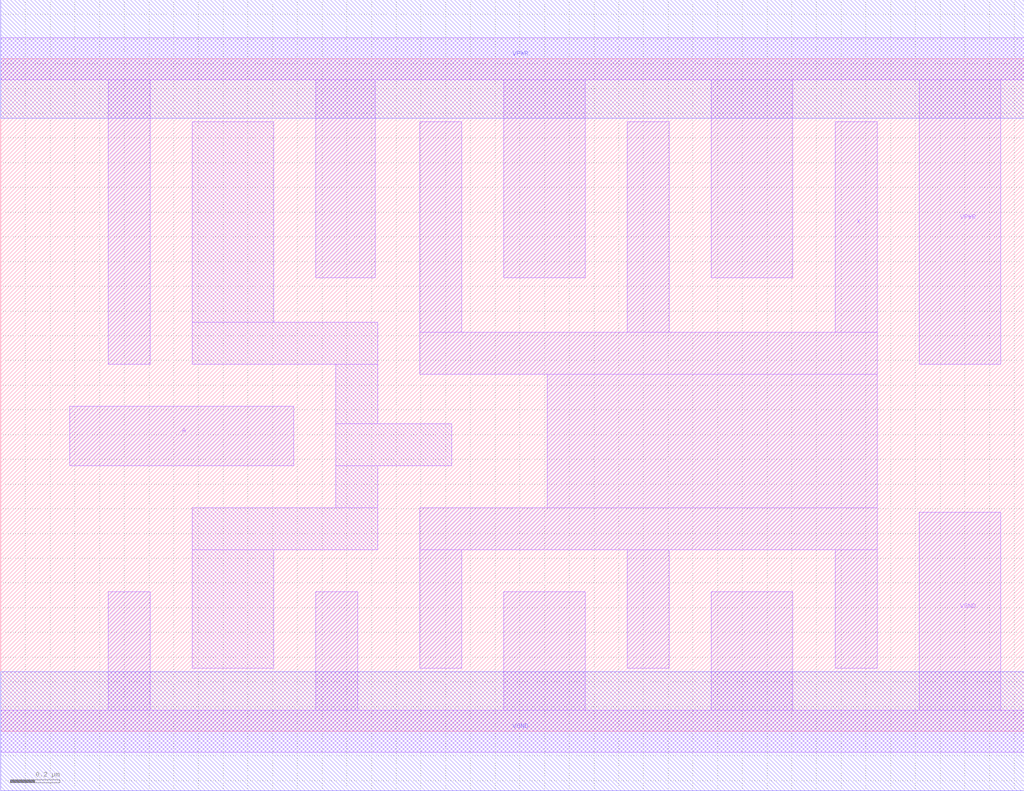
<source format=lef>
# Copyright 2020 The SkyWater PDK Authors
#
# Licensed under the Apache License, Version 2.0 (the "License");
# you may not use this file except in compliance with the License.
# You may obtain a copy of the License at
#
#     https://www.apache.org/licenses/LICENSE-2.0
#
# Unless required by applicable law or agreed to in writing, software
# distributed under the License is distributed on an "AS IS" BASIS,
# WITHOUT WARRANTIES OR CONDITIONS OF ANY KIND, either express or implied.
# See the License for the specific language governing permissions and
# limitations under the License.
#
# SPDX-License-Identifier: Apache-2.0

VERSION 5.5 ;
NAMESCASESENSITIVE ON ;
BUSBITCHARS "[]" ;
DIVIDERCHAR "/" ;
MACRO sky130_fd_sc_hd__buf_6
  CLASS CORE ;
  SOURCE USER ;
  ORIGIN  0.000000  0.000000 ;
  SIZE  4.140000 BY  2.720000 ;
  SYMMETRY X Y R90 ;
  SITE unithd ;
  PIN A
    ANTENNAGATEAREA  0.495000 ;
    DIRECTION INPUT ;
    USE SIGNAL ;
    PORT
      LAYER li1 ;
        RECT 0.280000 1.075000 1.185000 1.315000 ;
    END
  END A
  PIN X
    ANTENNADIFFAREA  1.336500 ;
    DIRECTION OUTPUT ;
    USE SIGNAL ;
    PORT
      LAYER li1 ;
        RECT 1.695000 0.255000 1.865000 0.735000 ;
        RECT 1.695000 0.735000 3.545000 0.905000 ;
        RECT 1.695000 1.445000 3.545000 1.615000 ;
        RECT 1.695000 1.615000 1.865000 2.465000 ;
        RECT 2.210000 0.905000 3.545000 1.445000 ;
        RECT 2.535000 0.255000 2.705000 0.735000 ;
        RECT 2.535000 1.615000 2.705000 2.465000 ;
        RECT 3.375000 0.255000 3.545000 0.735000 ;
        RECT 3.375000 1.615000 3.545000 2.465000 ;
    END
  END X
  PIN VGND
    DIRECTION INOUT ;
    SHAPE ABUTMENT ;
    USE GROUND ;
    PORT
      LAYER li1 ;
        RECT 0.000000 -0.085000 4.140000 0.085000 ;
        RECT 0.435000  0.085000 0.605000 0.565000 ;
        RECT 1.275000  0.085000 1.445000 0.565000 ;
        RECT 2.035000  0.085000 2.365000 0.565000 ;
        RECT 2.875000  0.085000 3.205000 0.565000 ;
        RECT 3.715000  0.085000 4.045000 0.885000 ;
    END
    PORT
      LAYER met1 ;
        RECT 0.000000 -0.240000 4.140000 0.240000 ;
    END
  END VGND
  PIN VPWR
    DIRECTION INOUT ;
    SHAPE ABUTMENT ;
    USE POWER ;
    PORT
      LAYER li1 ;
        RECT 0.000000 2.635000 4.140000 2.805000 ;
        RECT 0.435000 1.485000 0.605000 2.635000 ;
        RECT 1.275000 1.835000 1.515000 2.635000 ;
        RECT 2.035000 1.835000 2.365000 2.635000 ;
        RECT 2.875000 1.835000 3.205000 2.635000 ;
        RECT 3.715000 1.485000 4.045000 2.635000 ;
    END
    PORT
      LAYER met1 ;
        RECT 0.000000 2.480000 4.140000 2.960000 ;
    END
  END VPWR
  OBS
    LAYER li1 ;
      RECT 0.775000 0.255000 1.105000 0.735000 ;
      RECT 0.775000 0.735000 1.525000 0.905000 ;
      RECT 0.775000 1.485000 1.525000 1.655000 ;
      RECT 0.775000 1.655000 1.105000 2.465000 ;
      RECT 1.355000 0.905000 1.525000 1.075000 ;
      RECT 1.355000 1.075000 1.825000 1.245000 ;
      RECT 1.355000 1.245000 1.525000 1.485000 ;
  END
END sky130_fd_sc_hd__buf_6

</source>
